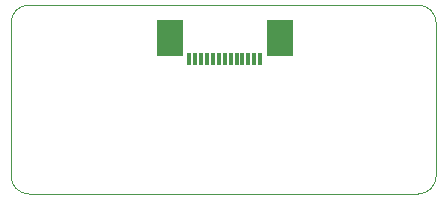
<source format=gbr>
G04 #@! TF.GenerationSoftware,KiCad,Pcbnew,7.0.2-0*
G04 #@! TF.CreationDate,2023-08-07T23:17:52+03:00*
G04 #@! TF.ProjectId,RJ45_Module,524a3435-5f4d-46f6-9475-6c652e6b6963,1.0*
G04 #@! TF.SameCoordinates,Original*
G04 #@! TF.FileFunction,Paste,Bot*
G04 #@! TF.FilePolarity,Positive*
%FSLAX46Y46*%
G04 Gerber Fmt 4.6, Leading zero omitted, Abs format (unit mm)*
G04 Created by KiCad (PCBNEW 7.0.2-0) date 2023-08-07 23:17:52*
%MOMM*%
%LPD*%
G01*
G04 APERTURE LIST*
%ADD10R,2.300000X3.100000*%
%ADD11R,0.300000X1.100000*%
G04 #@! TA.AperFunction,Profile*
%ADD12C,0.050000*%
G04 #@! TD*
G04 APERTURE END LIST*
D10*
X204142355Y-78630000D03*
X213482355Y-78630000D03*
D11*
X211812355Y-80330000D03*
X211312355Y-80330000D03*
X210812355Y-80330000D03*
X210312355Y-80330000D03*
X209812355Y-80330000D03*
X209312355Y-80330000D03*
X208812355Y-80330000D03*
X208312355Y-80330000D03*
X207812355Y-80330000D03*
X207312355Y-80330000D03*
X206812355Y-80330000D03*
X206312355Y-80330000D03*
X205812355Y-80330000D03*
D12*
X225185000Y-91796000D02*
X192233000Y-91796000D01*
X225188000Y-91796000D02*
G75*
G03*
X226712000Y-90272000I0J1524000D01*
G01*
X190709000Y-90272000D02*
G75*
G03*
X192233000Y-91796000I1524000J0D01*
G01*
X190709000Y-90272000D02*
X190709000Y-77320000D01*
X226712000Y-77320000D02*
X226712000Y-90272000D01*
X226712000Y-77320000D02*
G75*
G03*
X225188000Y-75796000I-1524000J0D01*
G01*
X192233000Y-75796000D02*
G75*
G03*
X190709000Y-77320000I0J-1524000D01*
G01*
X192232000Y-75796000D02*
X225185000Y-75796000D01*
M02*

</source>
